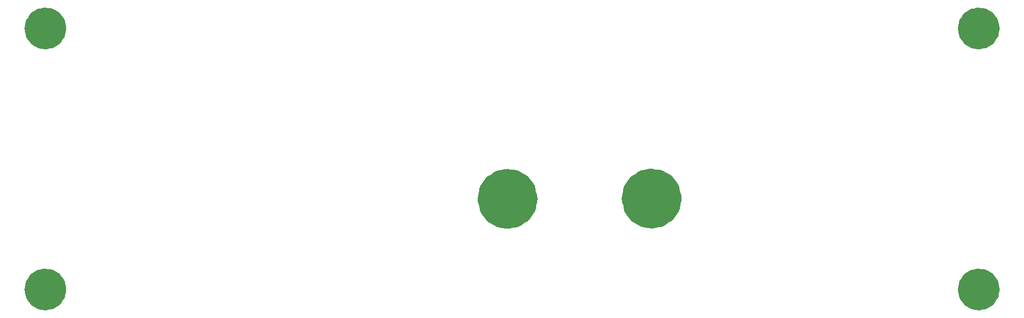
<source format=gbr>
%TF.GenerationSoftware,KiCad,Pcbnew,5.1.10-88a1d61d58~90~ubuntu20.04.1*%
%TF.CreationDate,2021-08-16T21:10:36-07:00*%
%TF.ProjectId,front-panel,66726f6e-742d-4706-916e-656c2e6b6963,rev?*%
%TF.SameCoordinates,Original*%
%TF.FileFunction,Soldermask,Top*%
%TF.FilePolarity,Negative*%
%FSLAX46Y46*%
G04 Gerber Fmt 4.6, Leading zero omitted, Abs format (unit mm)*
G04 Created by KiCad (PCBNEW 5.1.10-88a1d61d58~90~ubuntu20.04.1) date 2021-08-16 21:10:36*
%MOMM*%
%LPD*%
G01*
G04 APERTURE LIST*
%ADD10C,5.000000*%
%ADD11C,3.500000*%
G04 APERTURE END LIST*
D10*
X158250000Y-89600000D02*
G75*
G03*
X158250000Y-89600000I-2500000J0D01*
G01*
X134250000Y-89650000D02*
G75*
G03*
X134250000Y-89650000I-2500000J0D01*
G01*
D11*
X212000000Y-104750000D02*
G75*
G03*
X212000000Y-104750000I-1750000J0D01*
G01*
X212000000Y-61250000D02*
G75*
G03*
X212000000Y-61250000I-1750000J0D01*
G01*
X56500000Y-104750000D02*
G75*
G03*
X56500000Y-104750000I-1750000J0D01*
G01*
X56500000Y-61250000D02*
G75*
G03*
X56500000Y-61250000I-1750000J0D01*
G01*
M02*

</source>
